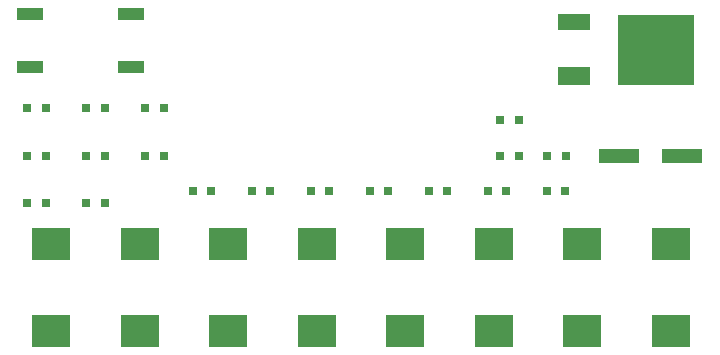
<source format=gtp>
G04*
G04 #@! TF.GenerationSoftware,Altium Limited,Altium Designer,21.0.9 (235)*
G04*
G04 Layer_Color=8421504*
%FSLAX25Y25*%
%MOIN*%
G70*
G04*
G04 #@! TF.SameCoordinates,53026D08-29A5-4720-9F6D-F62647EDBEAA*
G04*
G04*
G04 #@! TF.FilePolarity,Positive*
G04*
G01*
G75*
%ADD19R,0.12992X0.10630*%
%ADD20R,0.03150X0.03150*%
%ADD21R,0.03150X0.03150*%
%ADD22R,0.11024X0.05906*%
%ADD23R,0.11024X0.05315*%
%ADD24R,0.25591X0.23622*%
%ADD25R,0.13780X0.04724*%
%ADD26R,0.08661X0.03858*%
D19*
X416177Y292067D02*
D03*
Y321093D02*
D03*
X386677Y292067D02*
D03*
Y321093D02*
D03*
X357177Y292067D02*
D03*
Y321093D02*
D03*
X327677Y292067D02*
D03*
Y321093D02*
D03*
X298177Y292067D02*
D03*
Y321093D02*
D03*
X268677Y292067D02*
D03*
Y321093D02*
D03*
X239177Y292067D02*
D03*
Y321093D02*
D03*
X209677Y292067D02*
D03*
Y321093D02*
D03*
D20*
X321850Y338583D02*
D03*
X315945D02*
D03*
X374803Y350394D02*
D03*
X381102D02*
D03*
X365354Y362205D02*
D03*
X359055D02*
D03*
Y350394D02*
D03*
X365354D02*
D03*
X380906Y338583D02*
D03*
X375000D02*
D03*
X361220D02*
D03*
X355315D02*
D03*
X335630D02*
D03*
X341535D02*
D03*
X302165D02*
D03*
X296260D02*
D03*
X282480D02*
D03*
X276575D02*
D03*
X256890D02*
D03*
X262795D02*
D03*
D21*
X240947Y366128D02*
D03*
X247242Y366156D02*
D03*
X240947Y350380D02*
D03*
X247242Y350408D02*
D03*
X221262Y350380D02*
D03*
X227557Y350408D02*
D03*
X221262Y334632D02*
D03*
X227557Y334660D02*
D03*
X201577Y334632D02*
D03*
X207872Y334660D02*
D03*
X221262Y366128D02*
D03*
X227557Y366156D02*
D03*
X201577Y350380D02*
D03*
X207872Y350408D02*
D03*
X201577Y366128D02*
D03*
X207872Y366156D02*
D03*
D22*
X383957Y376811D02*
D03*
D23*
X383957Y394843D02*
D03*
D24*
X411319Y385758D02*
D03*
D25*
X398937Y350394D02*
D03*
X419961D02*
D03*
D26*
X236220Y379921D02*
D03*
Y397638D02*
D03*
X202559Y379921D02*
D03*
Y397638D02*
D03*
M02*

</source>
